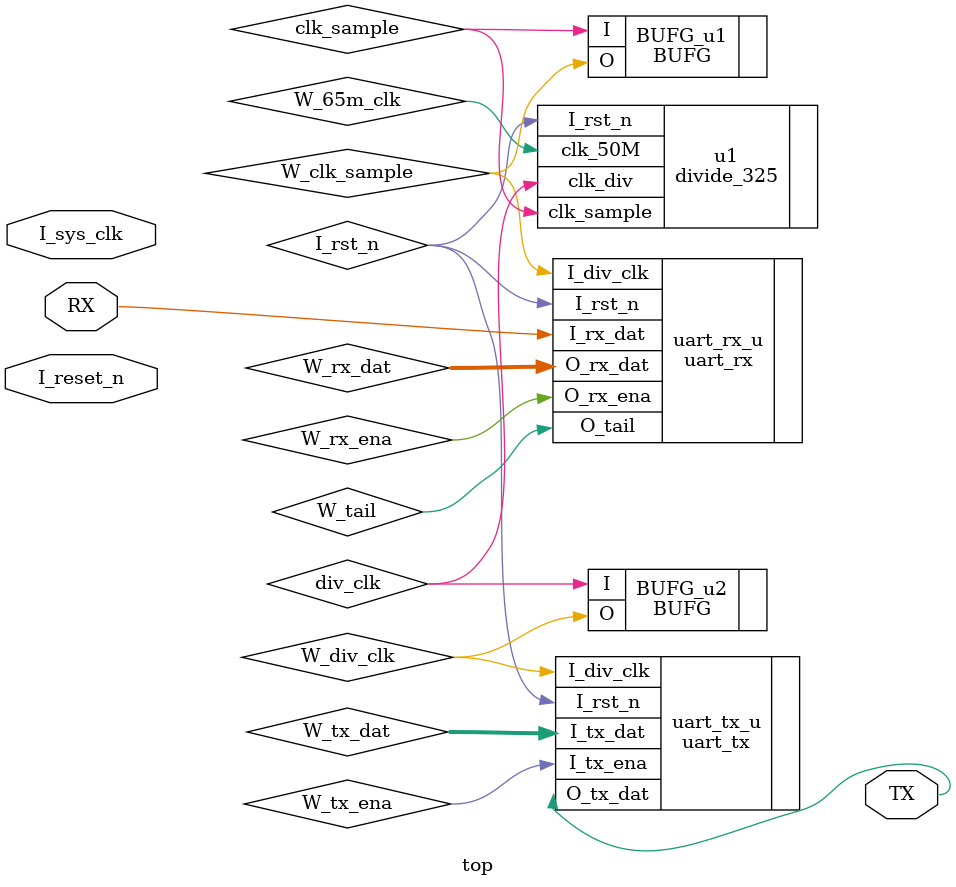
<source format=v>
`timescale 1ns/100ps
module  top(
    //====system reset====
    I_reset_n           ,
    
    //====system clock====
    I_sys_clk           ,
    
    //====input====
    
    //====output====

    //====UART====
    RX                  ,
    TX                  ,
    );

//------------------------------------------External Signal Definitions------------------------------------------
//====input====
input           I_reset_n           ;
input           I_sys_clk           ;
input           RX                  ;

//====output====                    
output          TX                  ;


//====output register define====

//-----------------------------------------Internal Reg Definitions----------------------------------------------

//====parameter====
parameter       TCO_DELAY       =  1;

//====internal wire define====

wire        div_clk         ;
wire        W_div_clk       ;
wire        clk_sample      ;
wire        W_clk_sample    ;
wire[7:0]   W_rx_dat        ;
wire[7:0]   W_tx_dat        ;
wire        W_tx_ena        ;
wire        W_tail          ;
wire        W_rx_ena        ;

//====internal register define====


//---------------------------------------------Main Body of Code---------------------------------------------------
//=====================read me=====================
//
//  
//  
//  
//
//
//=====================read me=====================

divide_325 u1 (
    .I_rst_n    (I_rst_n   ),
    .clk_50M    (W_65m_clk ), 
    .clk_sample (clk_sample),
    .clk_div    (div_clk )
    );

BUFG BUFG_u1 (
      .O(W_clk_sample), // 1-bit output: Clock output
      .I(clk_sample)  // 1-bit input: Clock input
   );

BUFG BUFG_u2 (
      .O(W_div_clk), // 1-bit output: Clock output
      .I(div_clk)  // 1-bit input: Clock input
   );


uart_tx uart_tx_u(
//====system signal====
//====input====
.I_rst_n         (I_rst_n    ),
.I_div_clk       (W_div_clk  ),
.I_tx_dat        (W_tx_dat   ),
.I_tx_ena        (W_tx_ena   ),

//====output====
.O_tx_dat        (TX         )
);

uart_rx uart_rx_u(
//====system signal====
//====input====
.I_rst_n         (I_rst_n     ),
.I_div_clk       (W_clk_sample),
.I_rx_dat        (RX          ),

//====output====
.O_tail          (W_tail      ),
.O_rx_ena        (W_rx_ena    ),
.O_rx_dat        (W_rx_dat    )       
);


//-------------------------------------output-------------------------------------
endmodule
//====END====
</source>
